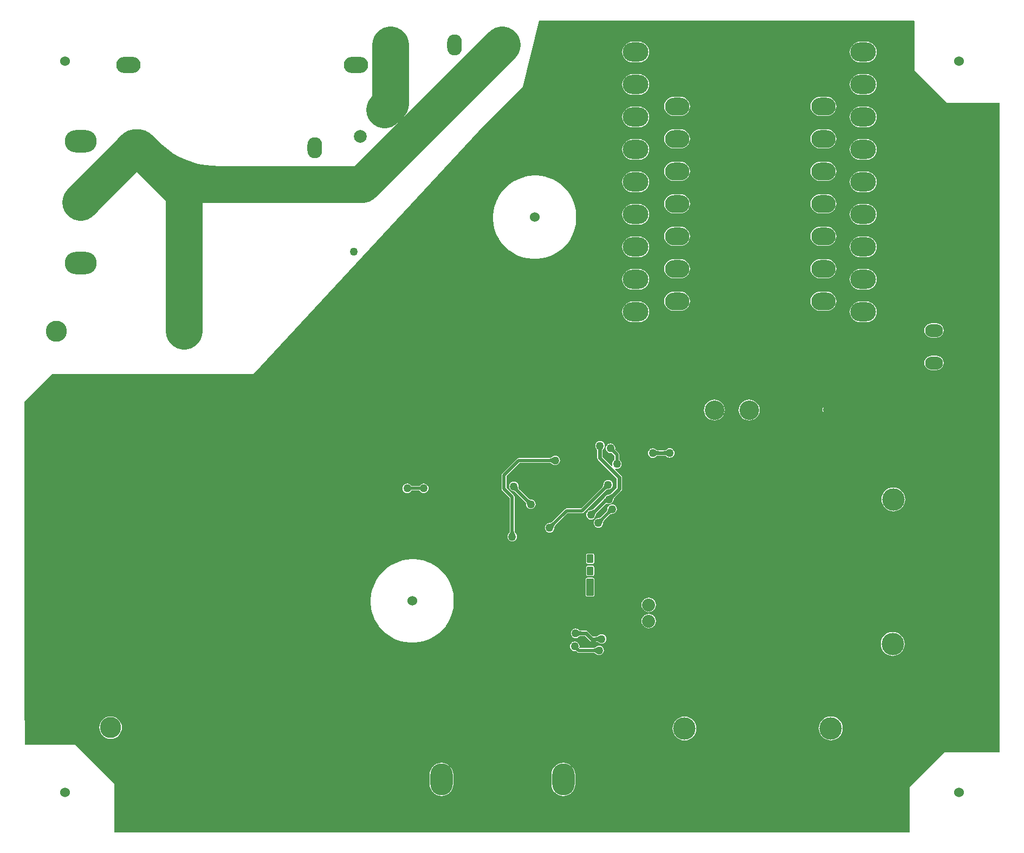
<source format=gbl>
G04 Layer_Physical_Order=2*
G04 Layer_Color=16711680*
%FSLAX25Y25*%
%MOIN*%
G70*
G01*
G75*
%ADD10C,0.02000*%
%ADD39C,0.02400*%
%ADD41C,0.22500*%
%ADD44C,0.03000*%
%ADD51C,0.06000*%
%ADD52C,0.13780*%
%ADD53O,0.15748X0.11811*%
%ADD54C,0.08000*%
%ADD55O,0.13780X0.19685*%
%ADD56O,0.19685X0.13780*%
%ADD57O,0.15000X0.10000*%
%ADD58O,0.15000X0.11000*%
%ADD59O,0.09000X0.13000*%
%ADD60C,0.07874*%
%ADD61C,0.13000*%
%ADD62C,0.12000*%
%ADD63O,0.11000X0.08000*%
%ADD64C,0.03500*%
%ADD65C,0.05000*%
G04:AMPARAMS|DCode=66|XSize=106.3mil|YSize=45.28mil|CornerRadius=5.66mil|HoleSize=0mil|Usage=FLASHONLY|Rotation=90.000|XOffset=0mil|YOffset=0mil|HoleType=Round|Shape=RoundedRectangle|*
%AMROUNDEDRECTD66*
21,1,0.10630,0.03396,0,0,90.0*
21,1,0.09498,0.04528,0,0,90.0*
1,1,0.01132,0.01698,0.04749*
1,1,0.01132,0.01698,-0.04749*
1,1,0.01132,-0.01698,-0.04749*
1,1,0.01132,-0.01698,0.04749*
%
%ADD66ROUNDEDRECTD66*%
G04:AMPARAMS|DCode=67|XSize=55.12mil|YSize=39.37mil|CornerRadius=4.92mil|HoleSize=0mil|Usage=FLASHONLY|Rotation=90.000|XOffset=0mil|YOffset=0mil|HoleType=Round|Shape=RoundedRectangle|*
%AMROUNDEDRECTD67*
21,1,0.05512,0.02953,0,0,90.0*
21,1,0.04528,0.03937,0,0,90.0*
1,1,0.00984,0.01476,0.02264*
1,1,0.00984,0.01476,-0.02264*
1,1,0.00984,-0.01476,-0.02264*
1,1,0.00984,-0.01476,0.02264*
%
%ADD67ROUNDEDRECTD67*%
G36*
X84763Y423609D02*
X88142Y420905D01*
X91654Y418518D01*
X95297Y416450D01*
X99072Y414700D01*
X102979Y413268D01*
X107018Y412154D01*
X111188Y411359D01*
X115491Y410882D01*
X119925Y410722D01*
X92765Y399472D01*
X84810Y391517D01*
X68900Y407427D01*
X81515Y426632D01*
X84763Y423609D01*
D02*
G37*
G36*
X547705Y500151D02*
X547705Y469500D01*
X567505Y449700D01*
X599739D01*
X599905Y449300D01*
Y49800D01*
X565905D01*
X544605Y28500D01*
X544605Y200D01*
X544605Y200D01*
X55205D01*
Y30300D01*
X31305Y54200D01*
X105D01*
Y69500D01*
X-95Y69700D01*
Y265700D01*
X16905Y282700D01*
X140918D01*
X283618Y436600D01*
X306712Y459693D01*
X316705Y500500D01*
X547351Y500505D01*
X547705Y500151D01*
D02*
G37*
%LPC*%
G36*
X354005Y241425D02*
X353248Y241325D01*
X352542Y241033D01*
X351937Y240568D01*
X351472Y239963D01*
X351180Y239257D01*
X351080Y238500D01*
X351180Y237743D01*
X351472Y237037D01*
X351937Y236432D01*
X352374Y236096D01*
Y230900D01*
X352498Y230276D01*
X352852Y229747D01*
X364374Y218224D01*
Y212676D01*
X360978Y209280D01*
X360975Y209279D01*
X360608Y208942D01*
X360447Y208815D01*
X360290Y208705D01*
X360141Y208616D01*
X360000Y208545D01*
X359870Y208493D01*
X359749Y208458D01*
X359637Y208439D01*
X359507Y208432D01*
X359487Y208423D01*
X358748Y208325D01*
X358043Y208033D01*
X357437Y207568D01*
X356972Y206962D01*
X356907Y206805D01*
X356898Y206801D01*
X355772Y205576D01*
X355771Y205573D01*
X349978Y199780D01*
X349975Y199779D01*
X349608Y199442D01*
X349447Y199315D01*
X349290Y199205D01*
X349141Y199116D01*
X349000Y199045D01*
X348870Y198993D01*
X348749Y198958D01*
X348637Y198939D01*
X348507Y198932D01*
X348487Y198923D01*
X347748Y198825D01*
X347042Y198533D01*
X346437Y198068D01*
X345972Y197462D01*
X345680Y196757D01*
X345580Y196000D01*
X345680Y195243D01*
X345972Y194537D01*
X346437Y193932D01*
X347042Y193467D01*
X347748Y193175D01*
X348505Y193075D01*
X349262Y193175D01*
X349968Y193467D01*
X350573Y193932D01*
X351038Y194537D01*
X351330Y195243D01*
X351428Y195982D01*
X351437Y196002D01*
X351444Y196132D01*
X351463Y196244D01*
X351498Y196365D01*
X351550Y196495D01*
X351621Y196636D01*
X351710Y196785D01*
X351817Y196937D01*
X352104Y197283D01*
X352277Y197463D01*
X352279Y197467D01*
X357073Y202261D01*
X357076Y202262D01*
X357261Y202438D01*
X357427Y202578D01*
X357581Y202690D01*
X357721Y202776D01*
X357845Y202835D01*
X357951Y202871D01*
X358040Y202887D01*
X358112Y202888D01*
X358174Y202877D01*
X358271Y202841D01*
X358340Y202844D01*
X358748Y202675D01*
X359505Y202575D01*
X360262Y202675D01*
X360967Y202967D01*
X361573Y203432D01*
X362038Y204037D01*
X362330Y204743D01*
X362428Y205482D01*
X362437Y205502D01*
X362444Y205632D01*
X362463Y205744D01*
X362498Y205865D01*
X362550Y205995D01*
X362621Y206136D01*
X362710Y206285D01*
X362817Y206437D01*
X363104Y206783D01*
X363277Y206963D01*
X363279Y206967D01*
X367159Y210846D01*
X367512Y211376D01*
X367636Y212000D01*
Y218900D01*
X367512Y219524D01*
X367159Y220054D01*
X363188Y224024D01*
X363471Y224448D01*
X363648Y224375D01*
X364405Y224275D01*
X365162Y224375D01*
X365867Y224667D01*
X366473Y225132D01*
X366938Y225738D01*
X367230Y226443D01*
X367330Y227200D01*
X367230Y227957D01*
X366938Y228662D01*
X366473Y229268D01*
X365867Y229733D01*
X365832Y229748D01*
Y233100D01*
X365724Y233646D01*
X365414Y234109D01*
X365414Y234109D01*
X363316Y236208D01*
X363330Y236243D01*
X363430Y237000D01*
X363330Y237757D01*
X363038Y238462D01*
X362573Y239068D01*
X361967Y239533D01*
X361262Y239825D01*
X360505Y239925D01*
X359748Y239825D01*
X359043Y239533D01*
X358437Y239068D01*
X357972Y238462D01*
X357680Y237757D01*
X357580Y237000D01*
X357680Y236243D01*
X357972Y235538D01*
X358437Y234932D01*
X359043Y234467D01*
X359748Y234175D01*
X360505Y234075D01*
X361262Y234175D01*
X361297Y234189D01*
X362978Y232509D01*
Y229748D01*
X362943Y229733D01*
X362337Y229268D01*
X361872Y228662D01*
X361580Y227957D01*
X361480Y227200D01*
X361580Y226443D01*
X361653Y226266D01*
X361229Y225983D01*
X355636Y231576D01*
Y236096D01*
X356073Y236432D01*
X356538Y237037D01*
X356830Y237743D01*
X356930Y238500D01*
X356830Y239257D01*
X356538Y239963D01*
X356073Y240568D01*
X355468Y241033D01*
X354762Y241325D01*
X354005Y241425D01*
D02*
G37*
G36*
X326505Y232425D02*
X325748Y232325D01*
X325043Y232033D01*
X324444Y231574D01*
X324424Y231566D01*
X324286Y231437D01*
X324153Y231333D01*
X324011Y231241D01*
X323860Y231161D01*
X323699Y231093D01*
X323526Y231037D01*
X323342Y230992D01*
X323145Y230960D01*
X322936Y230940D01*
X322701Y230933D01*
X322689Y230927D01*
X304005D01*
X304005Y230927D01*
X303459Y230819D01*
X302996Y230509D01*
X302996Y230509D01*
X293996Y221509D01*
X293686Y221046D01*
X293578Y220500D01*
X293578Y220500D01*
Y212000D01*
X293578Y212000D01*
X293686Y211454D01*
X293996Y210991D01*
X298578Y206409D01*
Y186316D01*
X298572Y186304D01*
X298565Y186070D01*
X298545Y185860D01*
X298513Y185663D01*
X298468Y185479D01*
X298412Y185306D01*
X298343Y185145D01*
X298264Y184994D01*
X298172Y184852D01*
X298068Y184720D01*
X297939Y184581D01*
X297931Y184561D01*
X297472Y183963D01*
X297180Y183257D01*
X297080Y182500D01*
X297180Y181743D01*
X297472Y181037D01*
X297937Y180432D01*
X298542Y179967D01*
X299248Y179675D01*
X300005Y179575D01*
X300762Y179675D01*
X301467Y179967D01*
X302073Y180432D01*
X302538Y181037D01*
X302830Y181743D01*
X302930Y182500D01*
X302830Y183257D01*
X302538Y183963D01*
X302079Y184561D01*
X302071Y184581D01*
X301942Y184720D01*
X301838Y184852D01*
X301746Y184994D01*
X301666Y185145D01*
X301598Y185306D01*
X301542Y185479D01*
X301497Y185663D01*
X301465Y185860D01*
X301445Y186070D01*
X301438Y186304D01*
X301432Y186316D01*
Y207000D01*
X301432Y207000D01*
X301324Y207546D01*
X301014Y208009D01*
X301014Y208009D01*
X296432Y212591D01*
Y219909D01*
X304596Y228073D01*
X322689D01*
X322701Y228067D01*
X322936Y228060D01*
X323145Y228040D01*
X323342Y228008D01*
X323526Y227963D01*
X323699Y227907D01*
X323860Y227838D01*
X324011Y227759D01*
X324153Y227667D01*
X324286Y227563D01*
X324424Y227434D01*
X324444Y227426D01*
X325043Y226967D01*
X325748Y226675D01*
X326505Y226575D01*
X327262Y226675D01*
X327968Y226967D01*
X328573Y227432D01*
X329038Y228038D01*
X329330Y228743D01*
X329430Y229500D01*
X329330Y230257D01*
X329038Y230962D01*
X328573Y231568D01*
X327968Y232033D01*
X327262Y232325D01*
X326505Y232425D01*
D02*
G37*
G36*
X396973Y236957D02*
X396216Y236857D01*
X395511Y236565D01*
X394919Y236111D01*
X394899Y236103D01*
X394801Y236016D01*
X394709Y235951D01*
X394599Y235890D01*
X394470Y235835D01*
X394321Y235785D01*
X394152Y235743D01*
X393969Y235711D01*
X393522Y235669D01*
X393271Y235664D01*
X393268Y235663D01*
X390201D01*
X390199Y235664D01*
X389700Y235685D01*
X389496Y235709D01*
X389306Y235742D01*
X389137Y235784D01*
X388986Y235832D01*
X388856Y235887D01*
X388745Y235947D01*
X388652Y236012D01*
X388554Y236098D01*
X388520Y236109D01*
X387967Y236533D01*
X387262Y236825D01*
X386505Y236925D01*
X385748Y236825D01*
X385043Y236533D01*
X384437Y236068D01*
X383972Y235462D01*
X383680Y234757D01*
X383580Y234000D01*
X383680Y233243D01*
X383972Y232538D01*
X384437Y231932D01*
X385043Y231467D01*
X385748Y231175D01*
X386505Y231075D01*
X387262Y231175D01*
X387967Y231467D01*
X388573Y231932D01*
X388585Y231947D01*
X388606Y231954D01*
X388702Y232043D01*
X388793Y232108D01*
X388902Y232170D01*
X389030Y232226D01*
X389178Y232276D01*
X389346Y232319D01*
X389528Y232352D01*
X389974Y232393D01*
X390224Y232399D01*
X390228Y232400D01*
X393259D01*
X393262Y232399D01*
X393760Y232378D01*
X393963Y232353D01*
X394152Y232320D01*
X394321Y232278D01*
X394470Y232228D01*
X394599Y232173D01*
X394709Y232112D01*
X394801Y232047D01*
X394899Y231960D01*
X394919Y231952D01*
X395511Y231498D01*
X396216Y231206D01*
X396973Y231106D01*
X397730Y231206D01*
X398436Y231498D01*
X399042Y231963D01*
X399507Y232569D01*
X399799Y233274D01*
X399899Y234032D01*
X399799Y234788D01*
X399507Y235494D01*
X399042Y236100D01*
X398436Y236565D01*
X397730Y236857D01*
X396973Y236957D01*
D02*
G37*
G36*
X534505Y212825D02*
X533076Y212684D01*
X531702Y212267D01*
X530435Y211591D01*
X529325Y210680D01*
X528414Y209570D01*
X527738Y208303D01*
X527321Y206929D01*
X527180Y205500D01*
X527321Y204071D01*
X527738Y202697D01*
X528414Y201430D01*
X529325Y200320D01*
X530435Y199409D01*
X531702Y198732D01*
X533076Y198316D01*
X534505Y198175D01*
X535934Y198316D01*
X537308Y198732D01*
X538575Y199409D01*
X539685Y200320D01*
X540595Y201430D01*
X541272Y202697D01*
X541689Y204071D01*
X541830Y205500D01*
X541689Y206929D01*
X541272Y208303D01*
X540595Y209570D01*
X539685Y210680D01*
X538575Y211591D01*
X537308Y212267D01*
X535934Y212684D01*
X534505Y212825D01*
D02*
G37*
G36*
X301005Y216425D02*
X300248Y216325D01*
X299542Y216033D01*
X298937Y215568D01*
X298472Y214963D01*
X298180Y214257D01*
X298080Y213500D01*
X298180Y212743D01*
X298472Y212037D01*
X298937Y211432D01*
X299542Y210967D01*
X300248Y210675D01*
X300537Y210637D01*
X300604Y210595D01*
X300792Y210563D01*
X300963Y210521D01*
X301132Y210465D01*
X301300Y210397D01*
X301467Y210315D01*
X301632Y210219D01*
X301798Y210109D01*
X301962Y209984D01*
X302126Y209844D01*
X302297Y209682D01*
X302309Y209677D01*
X307797Y204189D01*
X307802Y204177D01*
X307963Y204006D01*
X308097Y203844D01*
X308213Y203682D01*
X308312Y203520D01*
X308394Y203358D01*
X308460Y203195D01*
X308510Y203032D01*
X308546Y202867D01*
X308566Y202700D01*
X308572Y202510D01*
X308581Y202491D01*
X308680Y201743D01*
X308972Y201038D01*
X309437Y200432D01*
X310043Y199967D01*
X310748Y199675D01*
X311505Y199575D01*
X312262Y199675D01*
X312967Y199967D01*
X313573Y200432D01*
X314038Y201038D01*
X314330Y201743D01*
X314430Y202500D01*
X314330Y203257D01*
X314038Y203962D01*
X313573Y204568D01*
X312967Y205033D01*
X312262Y205325D01*
X311514Y205424D01*
X311494Y205433D01*
X311305Y205439D01*
X311138Y205459D01*
X310973Y205495D01*
X310810Y205545D01*
X310647Y205611D01*
X310485Y205693D01*
X310323Y205792D01*
X310161Y205908D01*
X309999Y206042D01*
X309828Y206203D01*
X309816Y206208D01*
X304580Y211443D01*
X304580Y211444D01*
X304579Y211445D01*
X304551Y211473D01*
X304547Y211485D01*
X304386Y211657D01*
X304256Y211817D01*
X304148Y211975D01*
X304060Y212131D01*
X303991Y212285D01*
X303940Y212437D01*
X303906Y212589D01*
X303889Y212742D01*
X303889Y212897D01*
X303907Y213078D01*
X303884Y213153D01*
X303930Y213500D01*
X303830Y214257D01*
X303538Y214963D01*
X303073Y215568D01*
X302467Y216033D01*
X301762Y216325D01*
X301005Y216425D01*
D02*
G37*
G36*
X245605Y215225D02*
X244848Y215125D01*
X244143Y214833D01*
X243537Y214368D01*
X243072Y213762D01*
X243057Y213727D01*
X237953D01*
X237938Y213762D01*
X237473Y214368D01*
X236867Y214833D01*
X236162Y215125D01*
X235405Y215225D01*
X234648Y215125D01*
X233943Y214833D01*
X233337Y214368D01*
X232872Y213762D01*
X232580Y213057D01*
X232480Y212300D01*
X232580Y211543D01*
X232872Y210838D01*
X233337Y210232D01*
X233943Y209767D01*
X234648Y209475D01*
X235405Y209375D01*
X236162Y209475D01*
X236867Y209767D01*
X237473Y210232D01*
X237938Y210838D01*
X237953Y210873D01*
X243057D01*
X243072Y210838D01*
X243537Y210232D01*
X244143Y209767D01*
X244848Y209475D01*
X245605Y209375D01*
X246362Y209475D01*
X247067Y209767D01*
X247673Y210232D01*
X248138Y210838D01*
X248430Y211543D01*
X248530Y212300D01*
X248430Y213057D01*
X248138Y213762D01*
X247673Y214368D01*
X247067Y214833D01*
X246362Y215125D01*
X245605Y215225D01*
D02*
G37*
G36*
X367705Y255837D02*
X366964Y255690D01*
X366335Y255270D01*
X365915Y254641D01*
X365768Y253900D01*
X365915Y253159D01*
X366335Y252530D01*
X366368Y252498D01*
X366996Y252078D01*
X367737Y251930D01*
X368479Y252078D01*
X369107Y252498D01*
X369527Y253126D01*
X369674Y253868D01*
X369527Y254609D01*
X369107Y255238D01*
X369075Y255270D01*
X368446Y255690D01*
X367705Y255837D01*
D02*
G37*
G36*
X561005Y313938D02*
X558005D01*
X556856Y313787D01*
X555786Y313343D01*
X554867Y312638D01*
X554162Y311719D01*
X553718Y310649D01*
X553567Y309500D01*
X553718Y308351D01*
X554162Y307281D01*
X554867Y306362D01*
X555786Y305657D01*
X556856Y305213D01*
X558005Y305062D01*
X561005D01*
X562154Y305213D01*
X563224Y305657D01*
X564143Y306362D01*
X564848Y307281D01*
X565292Y308351D01*
X565443Y309500D01*
X565292Y310649D01*
X564848Y311719D01*
X564143Y312638D01*
X563224Y313343D01*
X562154Y313787D01*
X561005Y313938D01*
D02*
G37*
G36*
X377974Y327336D02*
X374037D01*
X372800Y327214D01*
X371612Y326854D01*
X370516Y326268D01*
X369556Y325480D01*
X368768Y324520D01*
X368183Y323425D01*
X367822Y322236D01*
X367701Y321000D01*
X367822Y319764D01*
X368183Y318575D01*
X368768Y317480D01*
X369556Y316520D01*
X370516Y315732D01*
X371612Y315146D01*
X372800Y314786D01*
X374037Y314664D01*
X377974D01*
X379210Y314786D01*
X380398Y315146D01*
X381494Y315732D01*
X382454Y316520D01*
X383242Y317480D01*
X383827Y318575D01*
X384188Y319764D01*
X384310Y321000D01*
X384188Y322236D01*
X383827Y323425D01*
X383242Y324520D01*
X382454Y325480D01*
X381494Y326268D01*
X380398Y326854D01*
X379210Y327214D01*
X377974Y327336D01*
D02*
G37*
G36*
X517974D02*
X514037D01*
X512800Y327214D01*
X511612Y326854D01*
X510516Y326268D01*
X509556Y325480D01*
X508768Y324520D01*
X508183Y323425D01*
X507822Y322236D01*
X507700Y321000D01*
X507822Y319764D01*
X508183Y318575D01*
X508768Y317480D01*
X509556Y316520D01*
X510516Y315732D01*
X511612Y315146D01*
X512800Y314786D01*
X514037Y314664D01*
X517974D01*
X519210Y314786D01*
X520398Y315146D01*
X521494Y315732D01*
X522454Y316520D01*
X523242Y317480D01*
X523827Y318575D01*
X524188Y319764D01*
X524309Y321000D01*
X524188Y322236D01*
X523827Y323425D01*
X523242Y324520D01*
X522454Y325480D01*
X521494Y326268D01*
X520398Y326854D01*
X519210Y327214D01*
X517974Y327336D01*
D02*
G37*
G36*
X561005Y293938D02*
X558005D01*
X556856Y293787D01*
X555786Y293343D01*
X554867Y292638D01*
X554162Y291719D01*
X553718Y290649D01*
X553567Y289500D01*
X553718Y288351D01*
X554162Y287281D01*
X554867Y286362D01*
X555786Y285657D01*
X556856Y285213D01*
X558005Y285062D01*
X561005D01*
X562154Y285213D01*
X563224Y285657D01*
X564143Y286362D01*
X564848Y287281D01*
X565292Y288351D01*
X565443Y289500D01*
X565292Y290649D01*
X564848Y291719D01*
X564143Y292638D01*
X563224Y293343D01*
X562154Y293787D01*
X561005Y293938D01*
D02*
G37*
G36*
X424405Y266931D02*
X423150Y266807D01*
X421944Y266441D01*
X420832Y265847D01*
X419858Y265047D01*
X419058Y264073D01*
X418464Y262961D01*
X418098Y261755D01*
X417974Y260500D01*
X418098Y259245D01*
X418464Y258039D01*
X419058Y256927D01*
X419858Y255953D01*
X420832Y255153D01*
X421944Y254559D01*
X423150Y254193D01*
X424405Y254069D01*
X425660Y254193D01*
X426866Y254559D01*
X427978Y255153D01*
X428952Y255953D01*
X429752Y256927D01*
X430346Y258039D01*
X430712Y259245D01*
X430836Y260500D01*
X430712Y261755D01*
X430346Y262961D01*
X429752Y264073D01*
X428952Y265047D01*
X427978Y265847D01*
X426866Y266441D01*
X425660Y266807D01*
X424405Y266931D01*
D02*
G37*
G36*
X445805D02*
X444550Y266807D01*
X443344Y266441D01*
X442232Y265847D01*
X441258Y265047D01*
X440458Y264073D01*
X439864Y262961D01*
X439498Y261755D01*
X439374Y260500D01*
X439498Y259245D01*
X439864Y258039D01*
X440458Y256927D01*
X441258Y255953D01*
X442232Y255153D01*
X443344Y254559D01*
X444550Y254193D01*
X445805Y254069D01*
X447060Y254193D01*
X448266Y254559D01*
X449378Y255153D01*
X450352Y255953D01*
X451152Y256927D01*
X451746Y258039D01*
X452112Y259245D01*
X452236Y260500D01*
X452112Y261755D01*
X451746Y262961D01*
X451152Y264073D01*
X450352Y265047D01*
X449378Y265847D01*
X448266Y266441D01*
X447060Y266807D01*
X445805Y266931D01*
D02*
G37*
G36*
X493505Y262737D02*
X492805D01*
X492064Y262590D01*
X491435Y262170D01*
X491015Y261541D01*
X490868Y260800D01*
X491015Y260059D01*
X491435Y259430D01*
X492064Y259010D01*
X492805Y258863D01*
X493505D01*
X494246Y259010D01*
X494875Y259430D01*
X495295Y260059D01*
X495442Y260800D01*
X495295Y261541D01*
X494875Y262170D01*
X494246Y262590D01*
X493505Y262737D01*
D02*
G37*
G36*
X359005Y217425D02*
X358248Y217325D01*
X357542Y217033D01*
X356937Y216568D01*
X356472Y215963D01*
X356180Y215257D01*
X356081Y214509D01*
X356072Y214490D01*
X356066Y214300D01*
X356046Y214133D01*
X356010Y213968D01*
X355960Y213805D01*
X355894Y213642D01*
X355812Y213480D01*
X355713Y213318D01*
X355597Y213156D01*
X355463Y212994D01*
X355302Y212823D01*
X355297Y212811D01*
X342414Y199927D01*
X333505D01*
X332959Y199819D01*
X332496Y199509D01*
X332496Y199509D01*
X324694Y191708D01*
X324682Y191703D01*
X324511Y191542D01*
X324349Y191408D01*
X324187Y191292D01*
X324025Y191193D01*
X323863Y191111D01*
X323700Y191045D01*
X323537Y190995D01*
X323372Y190959D01*
X323205Y190939D01*
X323015Y190933D01*
X322996Y190924D01*
X322248Y190825D01*
X321543Y190533D01*
X320937Y190068D01*
X320472Y189462D01*
X320180Y188757D01*
X320080Y188000D01*
X320180Y187243D01*
X320472Y186538D01*
X320937Y185932D01*
X321543Y185467D01*
X322248Y185175D01*
X323005Y185075D01*
X323762Y185175D01*
X324467Y185467D01*
X325073Y185932D01*
X325538Y186538D01*
X325830Y187243D01*
X325929Y187991D01*
X325938Y188011D01*
X325944Y188200D01*
X325964Y188367D01*
X326000Y188532D01*
X326050Y188695D01*
X326116Y188858D01*
X326198Y189020D01*
X326297Y189182D01*
X326413Y189344D01*
X326547Y189506D01*
X326708Y189677D01*
X326713Y189689D01*
X334096Y197073D01*
X343005D01*
X343005Y197073D01*
X343551Y197181D01*
X344014Y197491D01*
X357316Y210792D01*
X357328Y210797D01*
X357499Y210958D01*
X357661Y211092D01*
X357823Y211208D01*
X357985Y211307D01*
X358147Y211389D01*
X358310Y211455D01*
X358473Y211505D01*
X358638Y211541D01*
X358805Y211561D01*
X358995Y211567D01*
X359014Y211576D01*
X359762Y211675D01*
X360468Y211967D01*
X361073Y212432D01*
X361538Y213037D01*
X361830Y213743D01*
X361930Y214500D01*
X361830Y215257D01*
X361538Y215963D01*
X361073Y216568D01*
X360468Y217033D01*
X359762Y217325D01*
X359005Y217425D01*
D02*
G37*
G36*
X52970Y71839D02*
X51617Y71706D01*
X50316Y71311D01*
X49118Y70670D01*
X48067Y69808D01*
X47205Y68757D01*
X46564Y67559D01*
X46169Y66258D01*
X46036Y64906D01*
X46169Y63553D01*
X46564Y62252D01*
X47205Y61054D01*
X48067Y60003D01*
X49118Y59141D01*
X50316Y58500D01*
X51617Y58105D01*
X52970Y57972D01*
X54322Y58105D01*
X55623Y58500D01*
X56822Y59141D01*
X57872Y60003D01*
X58735Y61054D01*
X59375Y62252D01*
X59770Y63553D01*
X59903Y64906D01*
X59770Y66258D01*
X59375Y67559D01*
X58735Y68757D01*
X57872Y69808D01*
X56822Y70670D01*
X55623Y71311D01*
X54322Y71706D01*
X52970Y71839D01*
D02*
G37*
G36*
X534135Y123825D02*
X532706Y123684D01*
X531332Y123267D01*
X530065Y122590D01*
X528955Y121680D01*
X528044Y120570D01*
X527367Y119303D01*
X526951Y117929D01*
X526810Y116500D01*
X526951Y115071D01*
X527367Y113697D01*
X528044Y112430D01*
X528955Y111320D01*
X530065Y110409D01*
X531332Y109732D01*
X532706Y109316D01*
X534135Y109175D01*
X535564Y109316D01*
X536938Y109732D01*
X538204Y110409D01*
X539315Y111320D01*
X540226Y112430D01*
X540902Y113697D01*
X541319Y115071D01*
X541460Y116500D01*
X541319Y117929D01*
X540902Y119303D01*
X540226Y120570D01*
X539315Y121680D01*
X538204Y122590D01*
X536938Y123267D01*
X535564Y123684D01*
X534135Y123825D01*
D02*
G37*
G36*
X338505Y117925D02*
X337748Y117825D01*
X337042Y117533D01*
X336437Y117068D01*
X335972Y116463D01*
X335680Y115757D01*
X335580Y115000D01*
X335680Y114243D01*
X335972Y113538D01*
X336437Y112932D01*
X337042Y112467D01*
X337748Y112175D01*
X338505Y112075D01*
X339196Y112166D01*
X339198Y112165D01*
X339199Y112165D01*
X339253Y112135D01*
X339322Y112087D01*
X339836Y111640D01*
X339995Y111484D01*
X340022Y111473D01*
X340459Y111181D01*
X341005Y111073D01*
X349689D01*
X349701Y111067D01*
X349936Y111060D01*
X350145Y111040D01*
X350342Y111008D01*
X350526Y110963D01*
X350699Y110907D01*
X350860Y110838D01*
X351011Y110759D01*
X351153Y110667D01*
X351286Y110563D01*
X351424Y110434D01*
X351444Y110426D01*
X352043Y109967D01*
X352748Y109675D01*
X353505Y109575D01*
X354262Y109675D01*
X354967Y109967D01*
X355573Y110432D01*
X356038Y111038D01*
X356330Y111743D01*
X356430Y112500D01*
X356330Y113257D01*
X356038Y113962D01*
X355573Y114568D01*
X354967Y115033D01*
X354262Y115325D01*
X353505Y115425D01*
X352748Y115325D01*
X352043Y115033D01*
X351444Y114574D01*
X351424Y114566D01*
X351286Y114437D01*
X351153Y114333D01*
X351011Y114241D01*
X350860Y114162D01*
X350699Y114093D01*
X350526Y114037D01*
X350342Y113992D01*
X350145Y113960D01*
X349936Y113940D01*
X349701Y113933D01*
X349689Y113927D01*
X341629D01*
X341500Y114076D01*
X341425Y114173D01*
X341371Y114252D01*
X341340Y114306D01*
X341340Y114307D01*
X341339Y114309D01*
X341430Y115000D01*
X341330Y115757D01*
X341038Y116463D01*
X340573Y117068D01*
X339967Y117533D01*
X339262Y117825D01*
X338505Y117925D01*
D02*
G37*
G36*
X496005Y71825D02*
X494576Y71684D01*
X493202Y71267D01*
X491935Y70591D01*
X490825Y69680D01*
X489915Y68570D01*
X489238Y67303D01*
X488821Y65929D01*
X488680Y64500D01*
X488821Y63071D01*
X489238Y61697D01*
X489915Y60430D01*
X490825Y59320D01*
X491935Y58410D01*
X493202Y57733D01*
X494576Y57316D01*
X496005Y57175D01*
X497434Y57316D01*
X498808Y57733D01*
X500075Y58410D01*
X501185Y59320D01*
X502096Y60430D01*
X502773Y61697D01*
X503189Y63071D01*
X503330Y64500D01*
X503189Y65929D01*
X502773Y67303D01*
X502096Y68570D01*
X501185Y69680D01*
X500075Y70591D01*
X498808Y71267D01*
X497434Y71684D01*
X496005Y71825D01*
D02*
G37*
G36*
X256525Y43278D02*
X255096Y43137D01*
X253721Y42720D01*
X252455Y42043D01*
X251345Y41132D01*
X250434Y40022D01*
X249757Y38756D01*
X249340Y37382D01*
X249200Y35953D01*
Y30047D01*
X249340Y28618D01*
X249757Y27244D01*
X250434Y25978D01*
X251345Y24868D01*
X252455Y23957D01*
X253721Y23280D01*
X255096Y22863D01*
X256525Y22722D01*
X257954Y22863D01*
X259328Y23280D01*
X260594Y23957D01*
X261704Y24868D01*
X262615Y25978D01*
X263292Y27244D01*
X263709Y28618D01*
X263850Y30047D01*
Y35953D01*
X263709Y37382D01*
X263292Y38756D01*
X262615Y40022D01*
X261704Y41132D01*
X260594Y42043D01*
X259328Y42720D01*
X257954Y43137D01*
X256525Y43278D01*
D02*
G37*
G36*
X331485D02*
X330056Y43137D01*
X328682Y42720D01*
X327416Y42043D01*
X326306Y41132D01*
X325395Y40022D01*
X324718Y38756D01*
X324301Y37382D01*
X324160Y35953D01*
Y30047D01*
X324301Y28618D01*
X324718Y27244D01*
X325395Y25978D01*
X326306Y24868D01*
X327416Y23957D01*
X328682Y23280D01*
X330056Y22863D01*
X331485Y22722D01*
X332914Y22863D01*
X334289Y23280D01*
X335555Y23957D01*
X336665Y24868D01*
X337576Y25978D01*
X338253Y27244D01*
X338670Y28618D01*
X338810Y30047D01*
Y35953D01*
X338670Y37382D01*
X338253Y38756D01*
X337576Y40022D01*
X336665Y41132D01*
X335555Y42043D01*
X334289Y42720D01*
X332914Y43137D01*
X331485Y43278D01*
D02*
G37*
G36*
X406005Y71695D02*
X404576Y71554D01*
X403202Y71137D01*
X401935Y70461D01*
X400825Y69550D01*
X399915Y68440D01*
X399238Y67173D01*
X398821Y65799D01*
X398680Y64370D01*
X398821Y62941D01*
X399238Y61567D01*
X399915Y60300D01*
X400825Y59190D01*
X401935Y58280D01*
X403202Y57603D01*
X404576Y57186D01*
X406005Y57045D01*
X407434Y57186D01*
X408808Y57603D01*
X410075Y58280D01*
X411185Y59190D01*
X412095Y60300D01*
X412773Y61567D01*
X413189Y62941D01*
X413330Y64370D01*
X413189Y65799D01*
X412773Y67173D01*
X412095Y68440D01*
X411185Y69550D01*
X410075Y70461D01*
X408808Y71137D01*
X407434Y71554D01*
X406005Y71695D01*
D02*
G37*
G36*
X339005Y125925D02*
X338248Y125825D01*
X337543Y125533D01*
X336937Y125068D01*
X336472Y124462D01*
X336180Y123757D01*
X336080Y123000D01*
X336180Y122243D01*
X336472Y121537D01*
X336937Y120932D01*
X337543Y120467D01*
X338248Y120175D01*
X339005Y120075D01*
X339762Y120175D01*
X340468Y120467D01*
X341059Y120921D01*
X341080Y120928D01*
X341177Y121016D01*
X341269Y121081D01*
X341379Y121141D01*
X341509Y121197D01*
X341657Y121246D01*
X341826Y121288D01*
X342009Y121321D01*
X342457Y121362D01*
X342707Y121367D01*
X342711Y121369D01*
X344829D01*
X347851Y118347D01*
X348381Y117993D01*
X349005Y117869D01*
X351291D01*
X351293Y117867D01*
X351791Y117846D01*
X351995Y117822D01*
X352184Y117788D01*
X352353Y117746D01*
X352502Y117697D01*
X352631Y117641D01*
X352741Y117580D01*
X352833Y117516D01*
X352930Y117428D01*
X352951Y117421D01*
X353542Y116967D01*
X354248Y116675D01*
X355005Y116575D01*
X355762Y116675D01*
X356468Y116967D01*
X357073Y117432D01*
X357538Y118037D01*
X357830Y118743D01*
X357930Y119500D01*
X357830Y120257D01*
X357538Y120963D01*
X357073Y121568D01*
X356468Y122033D01*
X355762Y122325D01*
X355005Y122425D01*
X354248Y122325D01*
X353542Y122033D01*
X352951Y121579D01*
X352930Y121572D01*
X352833Y121484D01*
X352741Y121420D01*
X352631Y121359D01*
X352502Y121303D01*
X352353Y121254D01*
X352184Y121212D01*
X352000Y121179D01*
X351553Y121138D01*
X351303Y121133D01*
X351299Y121131D01*
X349681D01*
X346658Y124153D01*
X346129Y124507D01*
X345505Y124631D01*
X342719D01*
X342717Y124633D01*
X342219Y124654D01*
X342015Y124678D01*
X341826Y124712D01*
X341657Y124754D01*
X341509Y124803D01*
X341379Y124859D01*
X341269Y124919D01*
X341177Y124985D01*
X341080Y125072D01*
X341059Y125079D01*
X340468Y125533D01*
X339762Y125825D01*
X339005Y125925D01*
D02*
G37*
G36*
X349525Y172173D02*
X346572D01*
X346224Y172104D01*
X345929Y171907D01*
X345732Y171612D01*
X345662Y171264D01*
Y166736D01*
X345732Y166388D01*
X345929Y166093D01*
X346224Y165896D01*
X346572Y165827D01*
X349525D01*
X349873Y165896D01*
X350168Y166093D01*
X350365Y166388D01*
X350434Y166736D01*
Y171264D01*
X350365Y171612D01*
X350168Y171907D01*
X349873Y172104D01*
X349525Y172173D01*
D02*
G37*
G36*
X240118Y168633D02*
X237652D01*
X237631Y168624D01*
X237610Y168631D01*
X235116Y168385D01*
X235097Y168375D01*
X235074Y168379D01*
X232617Y167890D01*
X232598Y167878D01*
X232576Y167880D01*
X230178Y167153D01*
X230161Y167138D01*
X230138D01*
X227823Y166180D01*
X227807Y166164D01*
X227785Y166161D01*
X225575Y164980D01*
X225561Y164963D01*
X225539Y164958D01*
X223456Y163567D01*
X223443Y163548D01*
X223422Y163541D01*
X221485Y161952D01*
X221474Y161932D01*
X221453Y161923D01*
X219682Y160152D01*
X219673Y160131D01*
X219653Y160120D01*
X218064Y158183D01*
X218057Y158162D01*
X218039Y158149D01*
X216647Y156066D01*
X216642Y156044D01*
X216625Y156029D01*
X215444Y153820D01*
X215441Y153797D01*
X215425Y153781D01*
X214467Y151467D01*
Y151444D01*
X214452Y151427D01*
X213725Y149029D01*
X213727Y149007D01*
X213715Y148988D01*
X213226Y146531D01*
X213230Y146509D01*
X213220Y146489D01*
X212974Y143995D01*
X212981Y143974D01*
X212972Y143953D01*
Y141287D01*
X212981Y141266D01*
X212974Y141244D01*
X213212Y138829D01*
X213223Y138809D01*
X213218Y138787D01*
X213692Y136407D01*
X213704Y136388D01*
X213702Y136365D01*
X214406Y134043D01*
X214421Y134026D01*
Y134003D01*
X215350Y131761D01*
X215366Y131745D01*
X215368Y131723D01*
X216512Y129582D01*
X216529Y129568D01*
X216534Y129546D01*
X217882Y127528D01*
X217901Y127515D01*
X217907Y127494D01*
X219447Y125618D01*
X219467Y125607D01*
X219475Y125586D01*
X221191Y123870D01*
X221212Y123862D01*
X221223Y123842D01*
X223099Y122302D01*
X223120Y122296D01*
X223133Y122277D01*
X225151Y120929D01*
X225173Y120924D01*
X225187Y120907D01*
X227328Y119763D01*
X227350Y119761D01*
X227366Y119745D01*
X229608Y118816D01*
X229631D01*
X229648Y118801D01*
X231971Y118097D01*
X231993Y118099D01*
X232012Y118087D01*
X234392Y117613D01*
X234414Y117618D01*
X234434Y117607D01*
X236849Y117369D01*
X236871Y117376D01*
X236892Y117367D01*
X240118D01*
X240139Y117376D01*
X240161Y117369D01*
X242576Y117607D01*
X242596Y117618D01*
X242618Y117613D01*
X244998Y118087D01*
X245017Y118099D01*
X245040Y118097D01*
X247362Y118801D01*
X247379Y118816D01*
X247402D01*
X249644Y119745D01*
X249660Y119761D01*
X249682Y119763D01*
X251823Y120907D01*
X251837Y120924D01*
X251859Y120929D01*
X253877Y122277D01*
X253890Y122296D01*
X253911Y122302D01*
X255787Y123842D01*
X255798Y123862D01*
X255819Y123870D01*
X257535Y125586D01*
X257543Y125607D01*
X257563Y125618D01*
X259103Y127494D01*
X259109Y127515D01*
X259128Y127528D01*
X260476Y129546D01*
X260481Y129568D01*
X260498Y129582D01*
X261642Y131723D01*
X261645Y131745D01*
X261661Y131761D01*
X262589Y134003D01*
Y134026D01*
X262603Y134043D01*
X263308Y136365D01*
X263306Y136388D01*
X263318Y136407D01*
X263792Y138787D01*
X263787Y138809D01*
X263798Y138829D01*
X264036Y141244D01*
X264029Y141266D01*
X264038Y141287D01*
Y144713D01*
X264029Y144734D01*
X264036Y144756D01*
X263798Y147171D01*
X263787Y147191D01*
X263792Y147213D01*
X263318Y149593D01*
X263306Y149612D01*
X263308Y149635D01*
X262603Y151957D01*
X262589Y151974D01*
Y151997D01*
X261661Y154239D01*
X261645Y154255D01*
X261642Y154277D01*
X260498Y156418D01*
X260481Y156432D01*
X260476Y156454D01*
X259128Y158472D01*
X259109Y158485D01*
X259103Y158506D01*
X257563Y160382D01*
X257543Y160393D01*
X257535Y160414D01*
X255819Y162130D01*
X255798Y162138D01*
X255787Y162158D01*
X253911Y163698D01*
X253890Y163704D01*
X253877Y163723D01*
X251859Y165071D01*
X251837Y165076D01*
X251823Y165093D01*
X249682Y166237D01*
X249660Y166240D01*
X249644Y166255D01*
X247402Y167184D01*
X247379D01*
X247362Y167199D01*
X245040Y167903D01*
X245017Y167901D01*
X244998Y167913D01*
X242618Y168387D01*
X242596Y168382D01*
X242576Y168393D01*
X240161Y168631D01*
X240139Y168624D01*
X240118Y168633D01*
D02*
G37*
G36*
X361505Y202425D02*
X360748Y202325D01*
X360043Y202033D01*
X359437Y201568D01*
X358972Y200962D01*
X358680Y200257D01*
X358581Y199509D01*
X358572Y199489D01*
X358566Y199300D01*
X358546Y199133D01*
X358510Y198968D01*
X358460Y198805D01*
X358394Y198642D01*
X358312Y198480D01*
X358213Y198318D01*
X358097Y198156D01*
X357963Y197994D01*
X357802Y197823D01*
X357797Y197811D01*
X354694Y194708D01*
X354682Y194703D01*
X354511Y194542D01*
X354349Y194408D01*
X354187Y194292D01*
X354025Y194193D01*
X353863Y194111D01*
X353700Y194045D01*
X353537Y193995D01*
X353372Y193959D01*
X353205Y193939D01*
X353015Y193933D01*
X352996Y193924D01*
X352248Y193825D01*
X351542Y193533D01*
X350937Y193068D01*
X350472Y192463D01*
X350180Y191757D01*
X350080Y191000D01*
X350180Y190243D01*
X350472Y189538D01*
X350937Y188932D01*
X351542Y188467D01*
X352248Y188175D01*
X353005Y188075D01*
X353762Y188175D01*
X354468Y188467D01*
X355073Y188932D01*
X355538Y189538D01*
X355830Y190243D01*
X355929Y190991D01*
X355938Y191010D01*
X355944Y191200D01*
X355964Y191367D01*
X356000Y191532D01*
X356050Y191695D01*
X356116Y191858D01*
X356198Y192020D01*
X356297Y192182D01*
X356413Y192344D01*
X356547Y192506D01*
X356708Y192677D01*
X356713Y192689D01*
X359816Y195792D01*
X359828Y195797D01*
X359999Y195958D01*
X360161Y196092D01*
X360323Y196208D01*
X360485Y196307D01*
X360647Y196389D01*
X360810Y196455D01*
X360973Y196505D01*
X361138Y196541D01*
X361305Y196561D01*
X361494Y196567D01*
X361514Y196576D01*
X362262Y196675D01*
X362967Y196967D01*
X363573Y197432D01*
X364038Y198038D01*
X364330Y198743D01*
X364430Y199500D01*
X364330Y200257D01*
X364038Y200962D01*
X363573Y201568D01*
X362967Y202033D01*
X362262Y202325D01*
X361505Y202425D01*
D02*
G37*
G36*
X349525Y164673D02*
X346572D01*
X346224Y164604D01*
X345929Y164407D01*
X345732Y164112D01*
X345662Y163764D01*
Y159236D01*
X345732Y158888D01*
X345929Y158593D01*
X346224Y158396D01*
X346572Y158327D01*
X349525D01*
X349873Y158396D01*
X350168Y158593D01*
X350365Y158888D01*
X350434Y159236D01*
Y163764D01*
X350365Y164112D01*
X350168Y164407D01*
X349873Y164604D01*
X349525Y164673D01*
D02*
G37*
G36*
X384005Y134938D02*
X382856Y134787D01*
X381786Y134343D01*
X380867Y133638D01*
X380162Y132719D01*
X379718Y131649D01*
X379567Y130500D01*
X379718Y129351D01*
X380162Y128281D01*
X380867Y127362D01*
X381786Y126657D01*
X382856Y126213D01*
X384005Y126062D01*
X385154Y126213D01*
X386224Y126657D01*
X387143Y127362D01*
X387848Y128281D01*
X388292Y129351D01*
X388443Y130500D01*
X388292Y131649D01*
X387848Y132719D01*
X387143Y133638D01*
X386224Y134343D01*
X385154Y134787D01*
X384005Y134938D01*
D02*
G37*
G36*
Y144938D02*
X382856Y144787D01*
X381786Y144343D01*
X380867Y143638D01*
X380162Y142719D01*
X379718Y141649D01*
X379567Y140500D01*
X379718Y139351D01*
X380162Y138281D01*
X380867Y137362D01*
X381786Y136657D01*
X382856Y136213D01*
X384005Y136062D01*
X385154Y136213D01*
X386224Y136657D01*
X387143Y137362D01*
X387848Y138281D01*
X388292Y139351D01*
X388443Y140500D01*
X388292Y141649D01*
X387848Y142719D01*
X387143Y143638D01*
X386224Y144343D01*
X385154Y144787D01*
X384005Y144938D01*
D02*
G37*
G36*
X349608Y157234D02*
X346213D01*
X345836Y157159D01*
X345516Y156945D01*
X345303Y156626D01*
X345228Y156249D01*
Y146751D01*
X345303Y146374D01*
X345516Y146055D01*
X345836Y145841D01*
X346213Y145766D01*
X349608D01*
X349985Y145841D01*
X350305Y146055D01*
X350518Y146374D01*
X350593Y146751D01*
Y156249D01*
X350518Y156626D01*
X350305Y156945D01*
X349985Y157159D01*
X349608Y157234D01*
D02*
G37*
G36*
X403505Y393428D02*
X399505D01*
X398348Y393315D01*
X397236Y392977D01*
X396211Y392429D01*
X395313Y391692D01*
X394576Y390794D01*
X394028Y389769D01*
X393690Y388657D01*
X393577Y387500D01*
X393690Y386343D01*
X394028Y385231D01*
X394576Y384206D01*
X395313Y383308D01*
X396211Y382571D01*
X397236Y382023D01*
X398348Y381685D01*
X399505Y381572D01*
X403505D01*
X404662Y381685D01*
X405774Y382023D01*
X406799Y382571D01*
X407697Y383308D01*
X408434Y384206D01*
X408982Y385231D01*
X409320Y386343D01*
X409434Y387500D01*
X409320Y388657D01*
X408982Y389769D01*
X408434Y390794D01*
X407697Y391692D01*
X406799Y392429D01*
X405774Y392977D01*
X404662Y393315D01*
X403505Y393428D01*
D02*
G37*
G36*
X493505D02*
X489505D01*
X488348Y393315D01*
X487236Y392977D01*
X486211Y392429D01*
X485313Y391692D01*
X484576Y390794D01*
X484028Y389769D01*
X483690Y388657D01*
X483576Y387500D01*
X483690Y386343D01*
X484028Y385231D01*
X484576Y384206D01*
X485313Y383308D01*
X486211Y382571D01*
X487236Y382023D01*
X488348Y381685D01*
X489505Y381572D01*
X493505D01*
X494662Y381685D01*
X495774Y382023D01*
X496799Y382571D01*
X497697Y383308D01*
X498434Y384206D01*
X498982Y385231D01*
X499320Y386343D01*
X499434Y387500D01*
X499320Y388657D01*
X498982Y389769D01*
X498434Y390794D01*
X497697Y391692D01*
X496799Y392429D01*
X495774Y392977D01*
X494662Y393315D01*
X493505Y393428D01*
D02*
G37*
G36*
X377974Y407336D02*
X374037D01*
X372800Y407214D01*
X371612Y406854D01*
X370516Y406268D01*
X369556Y405480D01*
X368768Y404520D01*
X368183Y403425D01*
X367822Y402236D01*
X367701Y401000D01*
X367822Y399764D01*
X368183Y398575D01*
X368768Y397480D01*
X369556Y396520D01*
X370516Y395732D01*
X371612Y395146D01*
X372800Y394786D01*
X374037Y394664D01*
X377974D01*
X379210Y394786D01*
X380398Y395146D01*
X381494Y395732D01*
X382454Y396520D01*
X383242Y397480D01*
X383827Y398575D01*
X384188Y399764D01*
X384310Y401000D01*
X384188Y402236D01*
X383827Y403425D01*
X383242Y404520D01*
X382454Y405480D01*
X381494Y406268D01*
X380398Y406854D01*
X379210Y407214D01*
X377974Y407336D01*
D02*
G37*
G36*
Y447336D02*
X374037D01*
X372800Y447214D01*
X371612Y446854D01*
X370516Y446268D01*
X369556Y445480D01*
X368768Y444520D01*
X368183Y443425D01*
X367822Y442236D01*
X367701Y441000D01*
X367822Y439764D01*
X368183Y438575D01*
X368768Y437480D01*
X369556Y436520D01*
X370516Y435732D01*
X371612Y435146D01*
X372800Y434786D01*
X374037Y434664D01*
X377974D01*
X379210Y434786D01*
X380398Y435146D01*
X381494Y435732D01*
X382454Y436520D01*
X383242Y437480D01*
X383827Y438575D01*
X384188Y439764D01*
X384310Y441000D01*
X384188Y442236D01*
X383827Y443425D01*
X383242Y444520D01*
X382454Y445480D01*
X381494Y446268D01*
X380398Y446854D01*
X379210Y447214D01*
X377974Y447336D01*
D02*
G37*
G36*
X493505Y453429D02*
X489505D01*
X488348Y453315D01*
X487236Y452977D01*
X486211Y452429D01*
X485313Y451692D01*
X484576Y450794D01*
X484028Y449769D01*
X483690Y448657D01*
X483576Y447500D01*
X483690Y446343D01*
X484028Y445231D01*
X484576Y444206D01*
X485313Y443308D01*
X486211Y442571D01*
X487236Y442023D01*
X488348Y441685D01*
X489505Y441572D01*
X493505D01*
X494662Y441685D01*
X495774Y442023D01*
X496799Y442571D01*
X497697Y443308D01*
X498434Y444206D01*
X498982Y445231D01*
X499320Y446343D01*
X499434Y447500D01*
X499320Y448657D01*
X498982Y449769D01*
X498434Y450794D01*
X497697Y451692D01*
X496799Y452429D01*
X495774Y452977D01*
X494662Y453315D01*
X493505Y453429D01*
D02*
G37*
G36*
X403505D02*
X399505D01*
X398348Y453315D01*
X397236Y452977D01*
X396211Y452429D01*
X395313Y451692D01*
X394576Y450794D01*
X394028Y449769D01*
X393690Y448657D01*
X393577Y447500D01*
X393690Y446343D01*
X394028Y445231D01*
X394576Y444206D01*
X395313Y443308D01*
X396211Y442571D01*
X397236Y442023D01*
X398348Y441685D01*
X399505Y441572D01*
X403505D01*
X404662Y441685D01*
X405774Y442023D01*
X406799Y442571D01*
X407697Y443308D01*
X408434Y444206D01*
X408982Y445231D01*
X409320Y446343D01*
X409434Y447500D01*
X409320Y448657D01*
X408982Y449769D01*
X408434Y450794D01*
X407697Y451692D01*
X406799Y452429D01*
X405774Y452977D01*
X404662Y453315D01*
X403505Y453429D01*
D02*
G37*
G36*
X517974Y447336D02*
X514037D01*
X512800Y447214D01*
X511612Y446854D01*
X510516Y446268D01*
X509556Y445480D01*
X508768Y444520D01*
X508183Y443425D01*
X507822Y442236D01*
X507700Y441000D01*
X507822Y439764D01*
X508183Y438575D01*
X508768Y437480D01*
X509556Y436520D01*
X510516Y435732D01*
X511612Y435146D01*
X512800Y434786D01*
X514037Y434664D01*
X517974D01*
X519210Y434786D01*
X520398Y435146D01*
X521494Y435732D01*
X522454Y436520D01*
X523242Y437480D01*
X523827Y438575D01*
X524188Y439764D01*
X524309Y441000D01*
X524188Y442236D01*
X523827Y443425D01*
X523242Y444520D01*
X522454Y445480D01*
X521494Y446268D01*
X520398Y446854D01*
X519210Y447214D01*
X517974Y447336D01*
D02*
G37*
G36*
X493505Y433428D02*
X489505D01*
X488348Y433315D01*
X487236Y432977D01*
X486211Y432429D01*
X485313Y431692D01*
X484576Y430794D01*
X484028Y429769D01*
X483690Y428657D01*
X483576Y427500D01*
X483690Y426343D01*
X484028Y425231D01*
X484576Y424206D01*
X485313Y423308D01*
X486211Y422571D01*
X487236Y422023D01*
X488348Y421685D01*
X489505Y421571D01*
X493505D01*
X494662Y421685D01*
X495774Y422023D01*
X496799Y422571D01*
X497697Y423308D01*
X498434Y424206D01*
X498982Y425231D01*
X499320Y426343D01*
X499434Y427500D01*
X499320Y428657D01*
X498982Y429769D01*
X498434Y430794D01*
X497697Y431692D01*
X496799Y432429D01*
X495774Y432977D01*
X494662Y433315D01*
X493505Y433428D01*
D02*
G37*
G36*
X377974Y427336D02*
X374037D01*
X372800Y427214D01*
X371612Y426854D01*
X370516Y426268D01*
X369556Y425480D01*
X368768Y424520D01*
X368183Y423425D01*
X367822Y422236D01*
X367701Y421000D01*
X367822Y419764D01*
X368183Y418575D01*
X368768Y417480D01*
X369556Y416520D01*
X370516Y415732D01*
X371612Y415146D01*
X372800Y414786D01*
X374037Y414664D01*
X377974D01*
X379210Y414786D01*
X380398Y415146D01*
X381494Y415732D01*
X382454Y416520D01*
X383242Y417480D01*
X383827Y418575D01*
X384188Y419764D01*
X384310Y421000D01*
X384188Y422236D01*
X383827Y423425D01*
X383242Y424520D01*
X382454Y425480D01*
X381494Y426268D01*
X380398Y426854D01*
X379210Y427214D01*
X377974Y427336D01*
D02*
G37*
G36*
X517974D02*
X514037D01*
X512800Y427214D01*
X511612Y426854D01*
X510516Y426268D01*
X509556Y425480D01*
X508768Y424520D01*
X508183Y423425D01*
X507822Y422236D01*
X507700Y421000D01*
X507822Y419764D01*
X508183Y418575D01*
X508768Y417480D01*
X509556Y416520D01*
X510516Y415732D01*
X511612Y415146D01*
X512800Y414786D01*
X514037Y414664D01*
X517974D01*
X519210Y414786D01*
X520398Y415146D01*
X521494Y415732D01*
X522454Y416520D01*
X523242Y417480D01*
X523827Y418575D01*
X524188Y419764D01*
X524309Y421000D01*
X524188Y422236D01*
X523827Y423425D01*
X523242Y424520D01*
X522454Y425480D01*
X521494Y426268D01*
X520398Y426854D01*
X519210Y427214D01*
X517974Y427336D01*
D02*
G37*
G36*
X403505Y433428D02*
X399505D01*
X398348Y433315D01*
X397236Y432977D01*
X396211Y432429D01*
X395313Y431692D01*
X394576Y430794D01*
X394028Y429769D01*
X393690Y428657D01*
X393577Y427500D01*
X393690Y426343D01*
X394028Y425231D01*
X394576Y424206D01*
X395313Y423308D01*
X396211Y422571D01*
X397236Y422023D01*
X398348Y421685D01*
X399505Y421571D01*
X403505D01*
X404662Y421685D01*
X405774Y422023D01*
X406799Y422571D01*
X407697Y423308D01*
X408434Y424206D01*
X408982Y425231D01*
X409320Y426343D01*
X409434Y427500D01*
X409320Y428657D01*
X408982Y429769D01*
X408434Y430794D01*
X407697Y431692D01*
X406799Y432429D01*
X405774Y432977D01*
X404662Y433315D01*
X403505Y433428D01*
D02*
G37*
G36*
X315418Y404933D02*
X312952D01*
X312931Y404924D01*
X312910Y404931D01*
X310416Y404685D01*
X310397Y404675D01*
X310374Y404679D01*
X307917Y404190D01*
X307898Y404178D01*
X307876Y404180D01*
X305478Y403453D01*
X305461Y403438D01*
X305438D01*
X303123Y402480D01*
X303108Y402464D01*
X303085Y402461D01*
X300875Y401280D01*
X300861Y401263D01*
X300839Y401258D01*
X298756Y399867D01*
X298743Y399848D01*
X298722Y399841D01*
X296785Y398252D01*
X296774Y398232D01*
X296753Y398223D01*
X294982Y396451D01*
X294973Y396431D01*
X294953Y396420D01*
X293364Y394483D01*
X293357Y394462D01*
X293338Y394449D01*
X291947Y392366D01*
X291942Y392344D01*
X291925Y392330D01*
X290744Y390120D01*
X290741Y390097D01*
X290725Y390082D01*
X289767Y387767D01*
Y387744D01*
X289752Y387727D01*
X289025Y385329D01*
X289027Y385307D01*
X289015Y385288D01*
X288526Y382831D01*
X288530Y382808D01*
X288520Y382789D01*
X288274Y380295D01*
X288281Y380274D01*
X288272Y380253D01*
Y377587D01*
X288281Y377566D01*
X288274Y377544D01*
X288512Y375129D01*
X288523Y375109D01*
X288518Y375087D01*
X288992Y372707D01*
X289004Y372688D01*
X289002Y372666D01*
X289706Y370343D01*
X289721Y370326D01*
Y370303D01*
X290650Y368061D01*
X290666Y368045D01*
X290668Y368023D01*
X291812Y365882D01*
X291829Y365868D01*
X291834Y365846D01*
X293182Y363828D01*
X293201Y363815D01*
X293207Y363794D01*
X294747Y361918D01*
X294767Y361907D01*
X294775Y361886D01*
X296491Y360170D01*
X296512Y360162D01*
X296523Y360142D01*
X298399Y358602D01*
X298420Y358596D01*
X298433Y358577D01*
X300451Y357229D01*
X300473Y357224D01*
X300487Y357207D01*
X302628Y356063D01*
X302650Y356061D01*
X302666Y356045D01*
X304908Y355116D01*
X304931D01*
X304948Y355101D01*
X307271Y354397D01*
X307293Y354399D01*
X307312Y354387D01*
X309692Y353913D01*
X309714Y353918D01*
X309734Y353907D01*
X312149Y353669D01*
X312171Y353676D01*
X312192Y353667D01*
X315418D01*
X315439Y353676D01*
X315461Y353669D01*
X317876Y353907D01*
X317896Y353918D01*
X317918Y353913D01*
X320298Y354387D01*
X320317Y354399D01*
X320339Y354397D01*
X322662Y355101D01*
X322679Y355116D01*
X322702D01*
X324944Y356045D01*
X324960Y356061D01*
X324982Y356063D01*
X327123Y357207D01*
X327137Y357224D01*
X327159Y357229D01*
X329177Y358577D01*
X329190Y358596D01*
X329211Y358602D01*
X331087Y360142D01*
X331098Y360162D01*
X331119Y360170D01*
X332835Y361886D01*
X332843Y361907D01*
X332863Y361918D01*
X334403Y363794D01*
X334409Y363815D01*
X334428Y363828D01*
X335776Y365846D01*
X335781Y365868D01*
X335798Y365882D01*
X336942Y368023D01*
X336945Y368045D01*
X336961Y368061D01*
X337889Y370303D01*
Y370326D01*
X337903Y370343D01*
X338608Y372666D01*
X338606Y372688D01*
X338618Y372707D01*
X339092Y375087D01*
X339087Y375109D01*
X339098Y375129D01*
X339336Y377544D01*
X339329Y377566D01*
X339338Y377587D01*
Y381013D01*
X339329Y381034D01*
X339336Y381056D01*
X339098Y383471D01*
X339087Y383491D01*
X339092Y383513D01*
X338618Y385893D01*
X338606Y385912D01*
X338608Y385934D01*
X337903Y388257D01*
X337889Y388274D01*
Y388297D01*
X336961Y390539D01*
X336945Y390555D01*
X336942Y390577D01*
X335798Y392718D01*
X335781Y392732D01*
X335776Y392754D01*
X334428Y394772D01*
X334409Y394785D01*
X334403Y394806D01*
X332863Y396682D01*
X332843Y396693D01*
X332835Y396714D01*
X331119Y398430D01*
X331098Y398438D01*
X331087Y398458D01*
X329211Y399998D01*
X329190Y400004D01*
X329177Y400023D01*
X327159Y401371D01*
X327137Y401376D01*
X327123Y401393D01*
X324982Y402537D01*
X324960Y402539D01*
X324944Y402556D01*
X322702Y403484D01*
X322679D01*
X322662Y403499D01*
X320339Y404203D01*
X320317Y404201D01*
X320298Y404213D01*
X317918Y404687D01*
X317896Y404682D01*
X317876Y404693D01*
X315461Y404931D01*
X315439Y404924D01*
X315418Y404933D01*
D02*
G37*
G36*
X517974Y407336D02*
X514037D01*
X512800Y407214D01*
X511612Y406854D01*
X510516Y406268D01*
X509556Y405480D01*
X508768Y404520D01*
X508183Y403425D01*
X507822Y402236D01*
X507700Y401000D01*
X507822Y399764D01*
X508183Y398575D01*
X508768Y397480D01*
X509556Y396520D01*
X510516Y395732D01*
X511612Y395146D01*
X512800Y394786D01*
X514037Y394664D01*
X517974D01*
X519210Y394786D01*
X520398Y395146D01*
X521494Y395732D01*
X522454Y396520D01*
X523242Y397480D01*
X523827Y398575D01*
X524188Y399764D01*
X524309Y401000D01*
X524188Y402236D01*
X523827Y403425D01*
X523242Y404520D01*
X522454Y405480D01*
X521494Y406268D01*
X520398Y406854D01*
X519210Y407214D01*
X517974Y407336D01*
D02*
G37*
G36*
X403505Y413428D02*
X399505D01*
X398348Y413315D01*
X397236Y412977D01*
X396211Y412429D01*
X395313Y411692D01*
X394576Y410794D01*
X394028Y409769D01*
X393690Y408657D01*
X393577Y407500D01*
X393690Y406343D01*
X394028Y405231D01*
X394576Y404206D01*
X395313Y403308D01*
X396211Y402571D01*
X397236Y402023D01*
X398348Y401685D01*
X399505Y401572D01*
X403505D01*
X404662Y401685D01*
X405774Y402023D01*
X406799Y402571D01*
X407697Y403308D01*
X408434Y404206D01*
X408982Y405231D01*
X409320Y406343D01*
X409434Y407500D01*
X409320Y408657D01*
X408982Y409769D01*
X408434Y410794D01*
X407697Y411692D01*
X406799Y412429D01*
X405774Y412977D01*
X404662Y413315D01*
X403505Y413428D01*
D02*
G37*
G36*
X493505D02*
X489505D01*
X488348Y413315D01*
X487236Y412977D01*
X486211Y412429D01*
X485313Y411692D01*
X484576Y410794D01*
X484028Y409769D01*
X483690Y408657D01*
X483576Y407500D01*
X483690Y406343D01*
X484028Y405231D01*
X484576Y404206D01*
X485313Y403308D01*
X486211Y402571D01*
X487236Y402023D01*
X488348Y401685D01*
X489505Y401572D01*
X493505D01*
X494662Y401685D01*
X495774Y402023D01*
X496799Y402571D01*
X497697Y403308D01*
X498434Y404206D01*
X498982Y405231D01*
X499320Y406343D01*
X499434Y407500D01*
X499320Y408657D01*
X498982Y409769D01*
X498434Y410794D01*
X497697Y411692D01*
X496799Y412429D01*
X495774Y412977D01*
X494662Y413315D01*
X493505Y413428D01*
D02*
G37*
G36*
X377974Y467336D02*
X374037D01*
X372800Y467214D01*
X371612Y466854D01*
X370516Y466268D01*
X369556Y465480D01*
X368768Y464520D01*
X368183Y463425D01*
X367822Y462236D01*
X367701Y461000D01*
X367822Y459764D01*
X368183Y458575D01*
X368768Y457480D01*
X369556Y456520D01*
X370516Y455732D01*
X371612Y455146D01*
X372800Y454786D01*
X374037Y454664D01*
X377974D01*
X379210Y454786D01*
X380398Y455146D01*
X381494Y455732D01*
X382454Y456520D01*
X383242Y457480D01*
X383827Y458575D01*
X384188Y459764D01*
X384310Y461000D01*
X384188Y462236D01*
X383827Y463425D01*
X383242Y464520D01*
X382454Y465480D01*
X381494Y466268D01*
X380398Y466854D01*
X379210Y467214D01*
X377974Y467336D01*
D02*
G37*
G36*
X493505Y353429D02*
X489505D01*
X488348Y353315D01*
X487236Y352977D01*
X486211Y352429D01*
X485313Y351692D01*
X484576Y350794D01*
X484028Y349769D01*
X483690Y348657D01*
X483576Y347500D01*
X483690Y346343D01*
X484028Y345231D01*
X484576Y344206D01*
X485313Y343308D01*
X486211Y342571D01*
X487236Y342023D01*
X488348Y341685D01*
X489505Y341571D01*
X493505D01*
X494662Y341685D01*
X495774Y342023D01*
X496799Y342571D01*
X497697Y343308D01*
X498434Y344206D01*
X498982Y345231D01*
X499320Y346343D01*
X499434Y347500D01*
X499320Y348657D01*
X498982Y349769D01*
X498434Y350794D01*
X497697Y351692D01*
X496799Y352429D01*
X495774Y352977D01*
X494662Y353315D01*
X493505Y353429D01*
D02*
G37*
G36*
X403505D02*
X399505D01*
X398348Y353315D01*
X397236Y352977D01*
X396211Y352429D01*
X395313Y351692D01*
X394576Y350794D01*
X394028Y349769D01*
X393690Y348657D01*
X393577Y347500D01*
X393690Y346343D01*
X394028Y345231D01*
X394576Y344206D01*
X395313Y343308D01*
X396211Y342571D01*
X397236Y342023D01*
X398348Y341685D01*
X399505Y341571D01*
X403505D01*
X404662Y341685D01*
X405774Y342023D01*
X406799Y342571D01*
X407697Y343308D01*
X408434Y344206D01*
X408982Y345231D01*
X409320Y346343D01*
X409434Y347500D01*
X409320Y348657D01*
X408982Y349769D01*
X408434Y350794D01*
X407697Y351692D01*
X406799Y352429D01*
X405774Y352977D01*
X404662Y353315D01*
X403505Y353429D01*
D02*
G37*
G36*
X517974Y367336D02*
X514037D01*
X512800Y367214D01*
X511612Y366854D01*
X510516Y366268D01*
X509556Y365480D01*
X508768Y364520D01*
X508183Y363425D01*
X507822Y362236D01*
X507700Y361000D01*
X507822Y359764D01*
X508183Y358575D01*
X508768Y357480D01*
X509556Y356520D01*
X510516Y355732D01*
X511612Y355146D01*
X512800Y354786D01*
X514037Y354664D01*
X517974D01*
X519210Y354786D01*
X520398Y355146D01*
X521494Y355732D01*
X522454Y356520D01*
X523242Y357480D01*
X523827Y358575D01*
X524188Y359764D01*
X524309Y361000D01*
X524188Y362236D01*
X523827Y363425D01*
X523242Y364520D01*
X522454Y365480D01*
X521494Y366268D01*
X520398Y366854D01*
X519210Y367214D01*
X517974Y367336D01*
D02*
G37*
G36*
X377974D02*
X374037D01*
X372800Y367214D01*
X371612Y366854D01*
X370516Y366268D01*
X369556Y365480D01*
X368768Y364520D01*
X368183Y363425D01*
X367822Y362236D01*
X367701Y361000D01*
X367822Y359764D01*
X368183Y358575D01*
X368768Y357480D01*
X369556Y356520D01*
X370516Y355732D01*
X371612Y355146D01*
X372800Y354786D01*
X374037Y354664D01*
X377974D01*
X379210Y354786D01*
X380398Y355146D01*
X381494Y355732D01*
X382454Y356520D01*
X383242Y357480D01*
X383827Y358575D01*
X384188Y359764D01*
X384310Y361000D01*
X384188Y362236D01*
X383827Y363425D01*
X383242Y364520D01*
X382454Y365480D01*
X381494Y366268D01*
X380398Y366854D01*
X379210Y367214D01*
X377974Y367336D01*
D02*
G37*
G36*
X493505Y333429D02*
X489505D01*
X488348Y333315D01*
X487236Y332977D01*
X486211Y332429D01*
X485313Y331692D01*
X484576Y330794D01*
X484028Y329769D01*
X483690Y328657D01*
X483576Y327500D01*
X483690Y326343D01*
X484028Y325231D01*
X484576Y324206D01*
X485313Y323308D01*
X486211Y322571D01*
X487236Y322023D01*
X488348Y321685D01*
X489505Y321571D01*
X493505D01*
X494662Y321685D01*
X495774Y322023D01*
X496799Y322571D01*
X497697Y323308D01*
X498434Y324206D01*
X498982Y325231D01*
X499320Y326343D01*
X499434Y327500D01*
X499320Y328657D01*
X498982Y329769D01*
X498434Y330794D01*
X497697Y331692D01*
X496799Y332429D01*
X495774Y332977D01*
X494662Y333315D01*
X493505Y333429D01*
D02*
G37*
G36*
X403505D02*
X399505D01*
X398348Y333315D01*
X397236Y332977D01*
X396211Y332429D01*
X395313Y331692D01*
X394576Y330794D01*
X394028Y329769D01*
X393690Y328657D01*
X393577Y327500D01*
X393690Y326343D01*
X394028Y325231D01*
X394576Y324206D01*
X395313Y323308D01*
X396211Y322571D01*
X397236Y322023D01*
X398348Y321685D01*
X399505Y321571D01*
X403505D01*
X404662Y321685D01*
X405774Y322023D01*
X406799Y322571D01*
X407697Y323308D01*
X408434Y324206D01*
X408982Y325231D01*
X409320Y326343D01*
X409434Y327500D01*
X409320Y328657D01*
X408982Y329769D01*
X408434Y330794D01*
X407697Y331692D01*
X406799Y332429D01*
X405774Y332977D01*
X404662Y333315D01*
X403505Y333429D01*
D02*
G37*
G36*
X517974Y347336D02*
X514037D01*
X512800Y347214D01*
X511612Y346854D01*
X510516Y346268D01*
X509556Y345480D01*
X508768Y344520D01*
X508183Y343425D01*
X507822Y342236D01*
X507700Y341000D01*
X507822Y339764D01*
X508183Y338575D01*
X508768Y337480D01*
X509556Y336520D01*
X510516Y335732D01*
X511612Y335146D01*
X512800Y334786D01*
X514037Y334664D01*
X517974D01*
X519210Y334786D01*
X520398Y335146D01*
X521494Y335732D01*
X522454Y336520D01*
X523242Y337480D01*
X523827Y338575D01*
X524188Y339764D01*
X524309Y341000D01*
X524188Y342236D01*
X523827Y343425D01*
X523242Y344520D01*
X522454Y345480D01*
X521494Y346268D01*
X520398Y346854D01*
X519210Y347214D01*
X517974Y347336D01*
D02*
G37*
G36*
X377974D02*
X374037D01*
X372800Y347214D01*
X371612Y346854D01*
X370516Y346268D01*
X369556Y345480D01*
X368768Y344520D01*
X368183Y343425D01*
X367822Y342236D01*
X367701Y341000D01*
X367822Y339764D01*
X368183Y338575D01*
X368768Y337480D01*
X369556Y336520D01*
X370516Y335732D01*
X371612Y335146D01*
X372800Y334786D01*
X374037Y334664D01*
X377974D01*
X379210Y334786D01*
X380398Y335146D01*
X381494Y335732D01*
X382454Y336520D01*
X383242Y337480D01*
X383827Y338575D01*
X384188Y339764D01*
X384310Y341000D01*
X384188Y342236D01*
X383827Y343425D01*
X383242Y344520D01*
X382454Y345480D01*
X381494Y346268D01*
X380398Y346854D01*
X379210Y347214D01*
X377974Y347336D01*
D02*
G37*
G36*
X493505Y373429D02*
X489505D01*
X488348Y373315D01*
X487236Y372977D01*
X486211Y372429D01*
X485313Y371692D01*
X484576Y370794D01*
X484028Y369769D01*
X483690Y368657D01*
X483576Y367500D01*
X483690Y366343D01*
X484028Y365231D01*
X484576Y364206D01*
X485313Y363308D01*
X486211Y362571D01*
X487236Y362023D01*
X488348Y361685D01*
X489505Y361572D01*
X493505D01*
X494662Y361685D01*
X495774Y362023D01*
X496799Y362571D01*
X497697Y363308D01*
X498434Y364206D01*
X498982Y365231D01*
X499320Y366343D01*
X499434Y367500D01*
X499320Y368657D01*
X498982Y369769D01*
X498434Y370794D01*
X497697Y371692D01*
X496799Y372429D01*
X495774Y372977D01*
X494662Y373315D01*
X493505Y373429D01*
D02*
G37*
G36*
X377974Y487336D02*
X374037D01*
X372800Y487214D01*
X371612Y486854D01*
X370516Y486268D01*
X369556Y485480D01*
X368768Y484520D01*
X368183Y483425D01*
X367822Y482236D01*
X367701Y481000D01*
X367822Y479764D01*
X368183Y478575D01*
X368768Y477480D01*
X369556Y476520D01*
X370516Y475732D01*
X371612Y475146D01*
X372800Y474786D01*
X374037Y474664D01*
X377974D01*
X379210Y474786D01*
X380398Y475146D01*
X381494Y475732D01*
X382454Y476520D01*
X383242Y477480D01*
X383827Y478575D01*
X384188Y479764D01*
X384310Y481000D01*
X384188Y482236D01*
X383827Y483425D01*
X383242Y484520D01*
X382454Y485480D01*
X381494Y486268D01*
X380398Y486854D01*
X379210Y487214D01*
X377974Y487336D01*
D02*
G37*
G36*
X517974Y467336D02*
X514037D01*
X512800Y467214D01*
X511612Y466854D01*
X510516Y466268D01*
X509556Y465480D01*
X508768Y464520D01*
X508183Y463425D01*
X507822Y462236D01*
X507700Y461000D01*
X507822Y459764D01*
X508183Y458575D01*
X508768Y457480D01*
X509556Y456520D01*
X510516Y455732D01*
X511612Y455146D01*
X512800Y454786D01*
X514037Y454664D01*
X517974D01*
X519210Y454786D01*
X520398Y455146D01*
X521494Y455732D01*
X522454Y456520D01*
X523242Y457480D01*
X523827Y458575D01*
X524188Y459764D01*
X524309Y461000D01*
X524188Y462236D01*
X523827Y463425D01*
X523242Y464520D01*
X522454Y465480D01*
X521494Y466268D01*
X520398Y466854D01*
X519210Y467214D01*
X517974Y467336D01*
D02*
G37*
G36*
Y387336D02*
X514037D01*
X512800Y387214D01*
X511612Y386854D01*
X510516Y386268D01*
X509556Y385480D01*
X508768Y384520D01*
X508183Y383425D01*
X507822Y382236D01*
X507700Y381000D01*
X507822Y379764D01*
X508183Y378575D01*
X508768Y377480D01*
X509556Y376520D01*
X510516Y375732D01*
X511612Y375146D01*
X512800Y374786D01*
X514037Y374664D01*
X517974D01*
X519210Y374786D01*
X520398Y375146D01*
X521494Y375732D01*
X522454Y376520D01*
X523242Y377480D01*
X523827Y378575D01*
X524188Y379764D01*
X524309Y381000D01*
X524188Y382236D01*
X523827Y383425D01*
X523242Y384520D01*
X522454Y385480D01*
X521494Y386268D01*
X520398Y386854D01*
X519210Y387214D01*
X517974Y387336D01*
D02*
G37*
G36*
X377974D02*
X374037D01*
X372800Y387214D01*
X371612Y386854D01*
X370516Y386268D01*
X369556Y385480D01*
X368768Y384520D01*
X368183Y383425D01*
X367822Y382236D01*
X367701Y381000D01*
X367822Y379764D01*
X368183Y378575D01*
X368768Y377480D01*
X369556Y376520D01*
X370516Y375732D01*
X371612Y375146D01*
X372800Y374786D01*
X374037Y374664D01*
X377974D01*
X379210Y374786D01*
X380398Y375146D01*
X381494Y375732D01*
X382454Y376520D01*
X383242Y377480D01*
X383827Y378575D01*
X384188Y379764D01*
X384310Y381000D01*
X384188Y382236D01*
X383827Y383425D01*
X383242Y384520D01*
X382454Y385480D01*
X381494Y386268D01*
X380398Y386854D01*
X379210Y387214D01*
X377974Y387336D01*
D02*
G37*
G36*
X517974Y487336D02*
X514037D01*
X512800Y487214D01*
X511612Y486854D01*
X510516Y486268D01*
X509556Y485480D01*
X508768Y484520D01*
X508183Y483425D01*
X507822Y482236D01*
X507700Y481000D01*
X507822Y479764D01*
X508183Y478575D01*
X508768Y477480D01*
X509556Y476520D01*
X510516Y475732D01*
X511612Y475146D01*
X512800Y474786D01*
X514037Y474664D01*
X517974D01*
X519210Y474786D01*
X520398Y475146D01*
X521494Y475732D01*
X522454Y476520D01*
X523242Y477480D01*
X523827Y478575D01*
X524188Y479764D01*
X524309Y481000D01*
X524188Y482236D01*
X523827Y483425D01*
X523242Y484520D01*
X522454Y485480D01*
X521494Y486268D01*
X520398Y486854D01*
X519210Y487214D01*
X517974Y487336D01*
D02*
G37*
G36*
X403505Y373429D02*
X399505D01*
X398348Y373315D01*
X397236Y372977D01*
X396211Y372429D01*
X395313Y371692D01*
X394576Y370794D01*
X394028Y369769D01*
X393690Y368657D01*
X393577Y367500D01*
X393690Y366343D01*
X394028Y365231D01*
X394576Y364206D01*
X395313Y363308D01*
X396211Y362571D01*
X397236Y362023D01*
X398348Y361685D01*
X399505Y361572D01*
X403505D01*
X404662Y361685D01*
X405774Y362023D01*
X406799Y362571D01*
X407697Y363308D01*
X408434Y364206D01*
X408982Y365231D01*
X409320Y366343D01*
X409434Y367500D01*
X409320Y368657D01*
X408982Y369769D01*
X408434Y370794D01*
X407697Y371692D01*
X406799Y372429D01*
X405774Y372977D01*
X404662Y373315D01*
X403505Y373429D01*
D02*
G37*
%LPD*%
G36*
X362965Y207263D02*
X362781Y207071D01*
X362472Y206700D01*
X362347Y206520D01*
X362241Y206345D01*
X362155Y206173D01*
X362088Y206005D01*
X362041Y205841D01*
X362013Y205681D01*
X362005Y205525D01*
X359530Y208000D01*
X359686Y208008D01*
X359846Y208036D01*
X360010Y208083D01*
X360178Y208150D01*
X360349Y208236D01*
X360525Y208342D01*
X360705Y208467D01*
X360889Y208612D01*
X361268Y208960D01*
X362965Y207263D01*
D02*
G37*
G36*
X358422Y203247D02*
X358287Y203297D01*
X358146Y203321D01*
X357998Y203319D01*
X357843Y203291D01*
X357682Y203237D01*
X357515Y203157D01*
X357340Y203051D01*
X357159Y202919D01*
X356972Y202760D01*
X356778Y202576D01*
X356091Y205283D01*
X357217Y206508D01*
X358422Y203247D01*
D02*
G37*
G36*
X351965Y197763D02*
X351781Y197571D01*
X351472Y197200D01*
X351347Y197020D01*
X351241Y196844D01*
X351155Y196673D01*
X351088Y196505D01*
X351041Y196341D01*
X351013Y196181D01*
X351005Y196025D01*
X348530Y198500D01*
X348686Y198508D01*
X348846Y198536D01*
X349010Y198583D01*
X349178Y198650D01*
X349349Y198736D01*
X349525Y198842D01*
X349705Y198967D01*
X349889Y199112D01*
X350268Y199460D01*
X351965Y197763D01*
D02*
G37*
G36*
X324720Y227750D02*
X324567Y227892D01*
X324404Y228020D01*
X324230Y228133D01*
X324046Y228230D01*
X323851Y228312D01*
X323645Y228380D01*
X323428Y228432D01*
X323201Y228470D01*
X322962Y228492D01*
X322714Y228500D01*
Y230500D01*
X322962Y230507D01*
X323201Y230530D01*
X323428Y230568D01*
X323645Y230620D01*
X323851Y230687D01*
X324046Y230770D01*
X324230Y230868D01*
X324404Y230980D01*
X324567Y231107D01*
X324720Y231250D01*
Y227750D01*
D02*
G37*
G36*
X301012Y186042D02*
X301035Y185804D01*
X301073Y185577D01*
X301125Y185360D01*
X301192Y185154D01*
X301275Y184959D01*
X301373Y184775D01*
X301485Y184601D01*
X301612Y184438D01*
X301755Y184285D01*
X298255D01*
X298397Y184438D01*
X298525Y184601D01*
X298638Y184775D01*
X298735Y184959D01*
X298817Y185154D01*
X298885Y185360D01*
X298938Y185577D01*
X298975Y185804D01*
X298997Y186042D01*
X299005Y186291D01*
X301005D01*
X301012Y186042D01*
D02*
G37*
G36*
X395188Y232281D02*
X395072Y232386D01*
X394939Y232480D01*
X394790Y232562D01*
X394624Y232633D01*
X394442Y232694D01*
X394243Y232744D01*
X394027Y232782D01*
X393795Y232809D01*
X393280Y232832D01*
Y235231D01*
X393546Y235237D01*
X394027Y235281D01*
X394243Y235319D01*
X394442Y235369D01*
X394624Y235430D01*
X394790Y235501D01*
X394939Y235583D01*
X395072Y235677D01*
X395188Y235782D01*
Y232281D01*
D02*
G37*
G36*
X388385Y235670D02*
X388519Y235578D01*
X388669Y235496D01*
X388835Y235426D01*
X389018Y235367D01*
X389218Y235318D01*
X389434Y235280D01*
X389666Y235253D01*
X390181Y235231D01*
X390215Y232832D01*
X389950Y232826D01*
X389469Y232781D01*
X389254Y232742D01*
X389055Y232692D01*
X388873Y232630D01*
X388708Y232558D01*
X388559Y232474D01*
X388427Y232379D01*
X388312Y232273D01*
X388268Y235772D01*
X388385Y235670D01*
D02*
G37*
G36*
X303456Y212918D02*
X303456Y212717D01*
X303478Y212518D01*
X303522Y212322D01*
X303587Y212127D01*
X303673Y211935D01*
X303780Y211745D01*
X303909Y211558D01*
X304059Y211372D01*
X304230Y211189D01*
X302595Y209996D01*
X302416Y210166D01*
X302234Y210321D01*
X302049Y210462D01*
X301861Y210587D01*
X301671Y210697D01*
X301477Y210792D01*
X301281Y210872D01*
X301082Y210937D01*
X300881Y210987D01*
X300676Y211022D01*
X303476Y213122D01*
X303456Y212918D01*
D02*
G37*
G36*
X309713Y205717D02*
X309897Y205565D01*
X310084Y205431D01*
X310274Y205314D01*
X310468Y205217D01*
X310664Y205137D01*
X310863Y205075D01*
X311066Y205032D01*
X311272Y205007D01*
X311480Y205000D01*
X309005Y202525D01*
X308998Y202733D01*
X308973Y202939D01*
X308930Y203141D01*
X308868Y203341D01*
X308788Y203537D01*
X308691Y203731D01*
X308574Y203921D01*
X308440Y204108D01*
X308288Y204292D01*
X308117Y204474D01*
X309531Y205888D01*
X309713Y205717D01*
D02*
G37*
G36*
X358980Y212000D02*
X358771Y211993D01*
X358566Y211968D01*
X358364Y211925D01*
X358164Y211863D01*
X357968Y211783D01*
X357774Y211685D01*
X357584Y211569D01*
X357397Y211435D01*
X357212Y211283D01*
X357031Y211112D01*
X355617Y212526D01*
X355788Y212707D01*
X355940Y212892D01*
X356074Y213079D01*
X356190Y213269D01*
X356288Y213463D01*
X356368Y213659D01*
X356430Y213859D01*
X356473Y214061D01*
X356498Y214266D01*
X356505Y214475D01*
X358980Y212000D01*
D02*
G37*
G36*
X326393Y189974D02*
X326222Y189793D01*
X326070Y189608D01*
X325936Y189421D01*
X325819Y189231D01*
X325722Y189037D01*
X325642Y188841D01*
X325580Y188642D01*
X325537Y188439D01*
X325512Y188233D01*
X325505Y188025D01*
X323030Y190500D01*
X323238Y190507D01*
X323444Y190532D01*
X323646Y190575D01*
X323846Y190637D01*
X324042Y190717D01*
X324236Y190814D01*
X324426Y190931D01*
X324613Y191065D01*
X324798Y191217D01*
X324979Y191388D01*
X326393Y189974D01*
D02*
G37*
G36*
X351720Y110750D02*
X351567Y110892D01*
X351404Y111020D01*
X351230Y111133D01*
X351046Y111230D01*
X350851Y111312D01*
X350645Y111380D01*
X350428Y111433D01*
X350201Y111470D01*
X349962Y111493D01*
X349714Y111500D01*
Y113500D01*
X349962Y113507D01*
X350201Y113530D01*
X350428Y113567D01*
X350645Y113620D01*
X350851Y113688D01*
X351046Y113770D01*
X351230Y113867D01*
X351404Y113980D01*
X351567Y114108D01*
X351720Y114250D01*
Y110750D01*
D02*
G37*
G36*
X340903Y114254D02*
X340918Y114190D01*
X340952Y114112D01*
X341004Y114021D01*
X341075Y113918D01*
X341165Y113801D01*
X341401Y113530D01*
X341712Y113207D01*
X340298Y111793D01*
X340130Y111958D01*
X339587Y112430D01*
X339484Y112501D01*
X339393Y112553D01*
X339316Y112587D01*
X339250Y112602D01*
X339198Y112598D01*
X340907Y114307D01*
X340903Y114254D01*
D02*
G37*
G36*
X353220Y117750D02*
X353103Y117854D01*
X352971Y117948D01*
X352821Y118031D01*
X352656Y118102D01*
X352473Y118163D01*
X352274Y118212D01*
X352058Y118251D01*
X351826Y118278D01*
X351312Y118300D01*
Y120700D01*
X351577Y120705D01*
X352058Y120749D01*
X352274Y120788D01*
X352473Y120837D01*
X352656Y120898D01*
X352821Y120969D01*
X352971Y121052D01*
X353103Y121145D01*
X353220Y121250D01*
Y117750D01*
D02*
G37*
G36*
X340907Y124645D02*
X341039Y124552D01*
X341189Y124469D01*
X341354Y124398D01*
X341537Y124337D01*
X341736Y124288D01*
X341952Y124249D01*
X342184Y124222D01*
X342698Y124200D01*
Y121800D01*
X342433Y121794D01*
X341952Y121750D01*
X341736Y121712D01*
X341537Y121662D01*
X341354Y121602D01*
X341189Y121530D01*
X341039Y121448D01*
X340907Y121354D01*
X340790Y121250D01*
Y124750D01*
X340907Y124645D01*
D02*
G37*
G36*
X356393Y192974D02*
X356222Y192792D01*
X356070Y192608D01*
X355936Y192421D01*
X355820Y192231D01*
X355722Y192037D01*
X355642Y191841D01*
X355580Y191641D01*
X355537Y191439D01*
X355512Y191234D01*
X355505Y191025D01*
X353030Y193500D01*
X353239Y193507D01*
X353444Y193532D01*
X353646Y193575D01*
X353846Y193637D01*
X354042Y193717D01*
X354236Y193815D01*
X354426Y193931D01*
X354613Y194065D01*
X354798Y194217D01*
X354979Y194388D01*
X356393Y192974D01*
D02*
G37*
G36*
X361480Y197000D02*
X361272Y196993D01*
X361066Y196968D01*
X360863Y196925D01*
X360664Y196863D01*
X360468Y196783D01*
X360274Y196686D01*
X360084Y196569D01*
X359897Y196435D01*
X359713Y196283D01*
X359531Y196112D01*
X358117Y197526D01*
X358288Y197707D01*
X358440Y197892D01*
X358574Y198079D01*
X358691Y198269D01*
X358788Y198463D01*
X358868Y198659D01*
X358930Y198858D01*
X358973Y199061D01*
X358998Y199267D01*
X359005Y199475D01*
X361480Y197000D01*
D02*
G37*
D10*
X235405Y212300D02*
X245605D01*
X343005Y198500D02*
X359005Y214500D01*
X353005Y191000D02*
X361505Y199500D01*
X333505Y198500D02*
X343005D01*
X323005Y188000D02*
X333505Y198500D01*
X360505Y237000D02*
X364405Y233100D01*
Y227200D02*
Y233100D01*
X304005Y229500D02*
X326505D01*
X295005Y220500D02*
X304005Y229500D01*
X295005Y212000D02*
Y220500D01*
Y212000D02*
X300005Y207000D01*
Y182500D02*
Y207000D01*
X301005Y213000D02*
Y213500D01*
Y213000D02*
X311505Y202500D01*
X338505Y115000D02*
X341005Y112500D01*
X353505D01*
D39*
X386473Y234032D02*
X396973D01*
X348505Y196000D02*
X358005Y205500D01*
X359505D01*
X366005Y212000D01*
Y218900D01*
X354005Y230900D02*
X366005Y218900D01*
X354005Y230900D02*
Y238500D01*
X349005Y119500D02*
X355005D01*
X345505Y123000D02*
X349005Y119500D01*
X339005Y123000D02*
X345505D01*
X386473Y234032D02*
X386505Y234000D01*
D41*
X221576Y445429D02*
X225135Y448988D01*
X92765Y399472D02*
X98245Y393992D01*
Y309000D02*
Y393992D01*
X208005Y399472D02*
X294033Y485500D01*
X199025Y399472D02*
X208005D01*
X92765D02*
X199025D01*
X70237Y422000D02*
X92765Y399472D01*
X68005Y422000D02*
X70237D01*
X34505Y388500D02*
X68005Y422000D01*
X225135Y448988D02*
Y485500D01*
D44*
X492805Y260800D02*
X493505D01*
X367705Y253900D02*
X367737Y253868D01*
D51*
X313805Y379400D02*
D03*
X238505Y143100D02*
D03*
X25005Y475500D02*
D03*
X575005D02*
D03*
Y25000D02*
D03*
X25005D02*
D03*
D52*
X534505Y205500D02*
D03*
X573875D02*
D03*
X496005Y64500D02*
D03*
Y25130D02*
D03*
X534135Y116500D02*
D03*
X573505D02*
D03*
X406005Y64370D02*
D03*
Y25000D02*
D03*
D53*
X516005Y401000D02*
D03*
X376005Y421000D02*
D03*
Y401000D02*
D03*
Y441000D02*
D03*
Y461000D02*
D03*
Y381000D02*
D03*
Y361000D02*
D03*
Y341000D02*
D03*
Y321000D02*
D03*
X516005D02*
D03*
Y341000D02*
D03*
Y361000D02*
D03*
Y381000D02*
D03*
Y461000D02*
D03*
Y441000D02*
D03*
Y421000D02*
D03*
X376005Y481000D02*
D03*
X516005D02*
D03*
D54*
X384005Y150500D02*
D03*
Y140500D02*
D03*
Y130500D02*
D03*
D55*
X256525Y33000D02*
D03*
X331485D02*
D03*
X294005D02*
D03*
D56*
X34505Y425980D02*
D03*
Y351020D02*
D03*
Y388500D02*
D03*
D57*
X64005Y473000D02*
D03*
X204005D02*
D03*
D58*
X491505Y387500D02*
D03*
X401505D02*
D03*
Y407500D02*
D03*
Y427500D02*
D03*
Y447500D02*
D03*
Y367500D02*
D03*
Y347500D02*
D03*
Y327500D02*
D03*
X491505Y367500D02*
D03*
Y347500D02*
D03*
Y327500D02*
D03*
Y407500D02*
D03*
Y427500D02*
D03*
Y447500D02*
D03*
D59*
X70237Y422000D02*
D03*
X178505D02*
D03*
X225135Y485500D02*
D03*
X264505D02*
D03*
X294033D02*
D03*
X323560D02*
D03*
X332273Y443000D02*
D03*
X224005D02*
D03*
D60*
X206505Y429000D02*
D03*
X199025Y399472D02*
D03*
D61*
X19505Y309000D02*
D03*
X98245D02*
D03*
X52970Y64906D02*
D03*
X143521D02*
D03*
D62*
X424405Y260500D02*
D03*
X445805D02*
D03*
X403005D02*
D03*
D63*
X559505Y309500D02*
D03*
Y289500D02*
D03*
D64*
X370505Y225153D02*
D03*
X347910Y151500D02*
D03*
X348005Y161500D02*
D03*
Y169000D02*
D03*
D65*
X317705Y130000D02*
D03*
X315405Y123000D02*
D03*
X345005Y70100D02*
D03*
Y75700D02*
D03*
X317105Y70300D02*
D03*
Y75900D02*
D03*
X235405Y212300D02*
D03*
X245605D02*
D03*
X272705Y215000D02*
D03*
X99631Y18626D02*
D03*
Y34574D02*
D03*
X113005Y26000D02*
D03*
X400005Y169500D02*
D03*
X361505Y199500D02*
D03*
X359505Y205500D02*
D03*
X318005Y149000D02*
D03*
X311505Y148700D02*
D03*
X364405Y227200D02*
D03*
X356205Y222100D02*
D03*
X349605Y225000D02*
D03*
X223005Y275000D02*
D03*
X221505Y253600D02*
D03*
X239705Y318000D02*
D03*
X501099Y281194D02*
D03*
Y267595D02*
D03*
X494805Y274500D02*
D03*
X493505Y260800D02*
D03*
X506321Y260717D02*
D03*
X500288D02*
D03*
X367737Y253868D02*
D03*
X338005Y249900D02*
D03*
X319005Y255800D02*
D03*
X311005Y257900D02*
D03*
X297005Y255900D02*
D03*
X289505Y252000D02*
D03*
X202905Y329500D02*
D03*
X202505Y358000D02*
D03*
X246105Y343500D02*
D03*
X245805Y373000D02*
D03*
X236605Y180200D02*
D03*
X354005Y238500D02*
D03*
X348505Y196000D02*
D03*
X359005Y214500D02*
D03*
X326505Y229500D02*
D03*
X300005Y182500D02*
D03*
X301005Y213500D02*
D03*
X311505Y202500D02*
D03*
X340005Y134500D02*
D03*
X323005Y188000D02*
D03*
X360505Y237000D02*
D03*
X338505Y115000D02*
D03*
X353505Y112500D02*
D03*
X355005Y119500D02*
D03*
X339005Y123000D02*
D03*
X386505Y234000D02*
D03*
X396973Y234032D02*
D03*
X394005Y277500D02*
D03*
X387505D02*
D03*
X449458Y282453D02*
D03*
X441458Y282547D02*
D03*
X353005Y191000D02*
D03*
D66*
X336100Y151500D02*
D03*
X347910D02*
D03*
D67*
X340962Y169000D02*
D03*
X348048D02*
D03*
X340962Y161500D02*
D03*
X348048D02*
D03*
M02*

</source>
